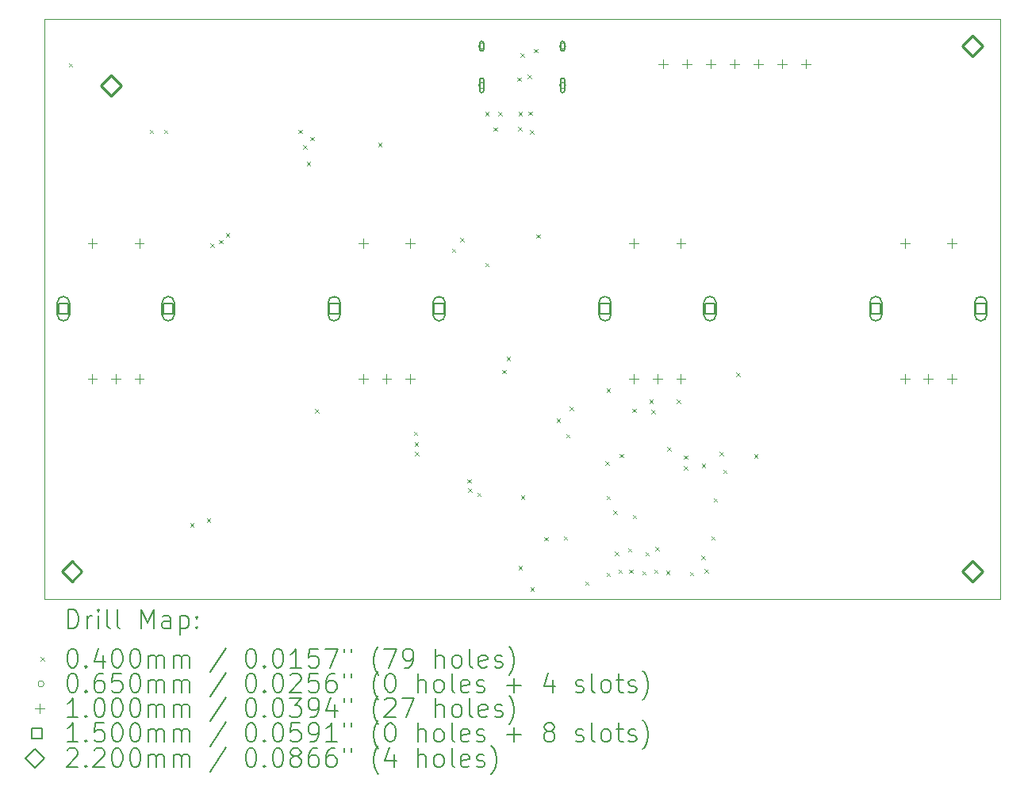
<source format=gbr>
%FSLAX45Y45*%
G04 Gerber Fmt 4.5, Leading zero omitted, Abs format (unit mm)*
G04 Created by KiCad (PCBNEW (6.0.1)) date 2022-03-17 16:15:55*
%MOMM*%
%LPD*%
G01*
G04 APERTURE LIST*
%TA.AperFunction,Profile*%
%ADD10C,0.050000*%
%TD*%
%ADD11C,0.200000*%
%ADD12C,0.040000*%
%ADD13C,0.065000*%
%ADD14C,0.100000*%
%ADD15C,0.150000*%
%ADD16C,0.220000*%
G04 APERTURE END LIST*
D10*
X19724250Y-6477000D02*
X19724250Y-12677750D01*
X9523850Y-6477000D02*
X9523850Y-12677750D01*
X9523850Y-12677750D02*
X19724250Y-12677750D01*
X19724250Y-6477000D02*
X9523850Y-6477000D01*
D11*
D12*
X9784400Y-6952300D02*
X9824400Y-6992300D01*
X9824400Y-6952300D02*
X9784400Y-6992300D01*
X10648000Y-7663500D02*
X10688000Y-7703500D01*
X10688000Y-7663500D02*
X10648000Y-7703500D01*
X10800400Y-7663500D02*
X10840400Y-7703500D01*
X10840400Y-7663500D02*
X10800400Y-7703500D01*
X11079800Y-11867200D02*
X11119800Y-11907200D01*
X11119800Y-11867200D02*
X11079800Y-11907200D01*
X11257600Y-11816400D02*
X11297600Y-11856400D01*
X11297600Y-11816400D02*
X11257600Y-11856400D01*
X11295153Y-8875191D02*
X11335153Y-8915191D01*
X11335153Y-8875191D02*
X11295153Y-8915191D01*
X11388350Y-8839076D02*
X11428350Y-8879076D01*
X11428350Y-8839076D02*
X11388350Y-8879076D01*
X11460800Y-8768400D02*
X11500800Y-8808400D01*
X11500800Y-8768400D02*
X11460800Y-8808400D01*
X12234759Y-7662872D02*
X12274759Y-7702872D01*
X12274759Y-7662872D02*
X12234759Y-7702872D01*
X12286300Y-7828600D02*
X12326300Y-7868600D01*
X12326300Y-7828600D02*
X12286300Y-7868600D01*
X12324400Y-8006400D02*
X12364400Y-8046400D01*
X12364400Y-8006400D02*
X12324400Y-8046400D01*
X12362500Y-7739700D02*
X12402500Y-7779700D01*
X12402500Y-7739700D02*
X12362500Y-7779700D01*
X12413300Y-10648000D02*
X12453300Y-10688000D01*
X12453300Y-10648000D02*
X12413300Y-10688000D01*
X13086400Y-7803200D02*
X13126400Y-7843200D01*
X13126400Y-7803200D02*
X13086400Y-7843200D01*
X13467400Y-10889300D02*
X13507400Y-10929300D01*
X13507400Y-10889300D02*
X13467400Y-10929300D01*
X13476713Y-11001073D02*
X13516713Y-11041073D01*
X13516713Y-11001073D02*
X13476713Y-11041073D01*
X13480100Y-11105200D02*
X13520100Y-11145200D01*
X13520100Y-11105200D02*
X13480100Y-11145200D01*
X13873800Y-8933500D02*
X13913800Y-8973500D01*
X13913800Y-8933500D02*
X13873800Y-8973500D01*
X13962700Y-8819200D02*
X14002700Y-8859200D01*
X14002700Y-8819200D02*
X13962700Y-8859200D01*
X14038900Y-11397300D02*
X14078900Y-11437300D01*
X14078900Y-11397300D02*
X14038900Y-11437300D01*
X14049036Y-11496735D02*
X14089036Y-11536735D01*
X14089036Y-11496735D02*
X14049036Y-11536735D01*
X14144008Y-11540101D02*
X14184008Y-11580101D01*
X14184008Y-11540101D02*
X14144008Y-11580101D01*
X14229400Y-7473000D02*
X14269400Y-7513000D01*
X14269400Y-7473000D02*
X14229400Y-7513000D01*
X14229400Y-9085900D02*
X14269400Y-9125900D01*
X14269400Y-9085900D02*
X14229400Y-9125900D01*
X14318300Y-7638100D02*
X14358300Y-7678100D01*
X14358300Y-7638100D02*
X14318300Y-7678100D01*
X14369100Y-7473000D02*
X14409100Y-7513000D01*
X14409100Y-7473000D02*
X14369100Y-7513000D01*
X14410950Y-10228900D02*
X14450950Y-10268900D01*
X14450950Y-10228900D02*
X14410950Y-10268900D01*
X14458000Y-10089200D02*
X14498000Y-10129200D01*
X14498000Y-10089200D02*
X14458000Y-10129200D01*
X14572300Y-7104700D02*
X14612300Y-7144700D01*
X14612300Y-7104700D02*
X14572300Y-7144700D01*
X14578493Y-7632523D02*
X14618493Y-7672523D01*
X14618493Y-7632523D02*
X14578493Y-7672523D01*
X14585000Y-7473000D02*
X14625000Y-7513000D01*
X14625000Y-7473000D02*
X14585000Y-7513000D01*
X14585000Y-12324400D02*
X14625000Y-12364400D01*
X14625000Y-12324400D02*
X14585000Y-12364400D01*
X14608110Y-6845757D02*
X14648110Y-6885757D01*
X14648110Y-6845757D02*
X14608110Y-6885757D01*
X14611222Y-11572352D02*
X14651222Y-11612352D01*
X14651222Y-11572352D02*
X14611222Y-11612352D01*
X14681084Y-7077172D02*
X14721084Y-7117172D01*
X14721084Y-7077172D02*
X14681084Y-7117172D01*
X14690350Y-7467642D02*
X14730350Y-7507642D01*
X14730350Y-7467642D02*
X14690350Y-7507642D01*
X14707564Y-7666601D02*
X14747564Y-7706601D01*
X14747564Y-7666601D02*
X14707564Y-7706601D01*
X14712000Y-12553000D02*
X14752000Y-12593000D01*
X14752000Y-12553000D02*
X14712000Y-12593000D01*
X14750100Y-6799900D02*
X14790100Y-6839900D01*
X14790100Y-6799900D02*
X14750100Y-6839900D01*
X14775500Y-8781100D02*
X14815500Y-8821100D01*
X14815500Y-8781100D02*
X14775500Y-8821100D01*
X14859308Y-12015368D02*
X14899308Y-12055368D01*
X14899308Y-12015368D02*
X14859308Y-12055368D01*
X14991400Y-10749600D02*
X15031400Y-10789600D01*
X15031400Y-10749600D02*
X14991400Y-10789600D01*
X15067600Y-12006900D02*
X15107600Y-12046900D01*
X15107600Y-12006900D02*
X15067600Y-12046900D01*
X15093000Y-10914700D02*
X15133000Y-10954700D01*
X15133000Y-10914700D02*
X15093000Y-10954700D01*
X15131100Y-10622600D02*
X15171100Y-10662600D01*
X15171100Y-10622600D02*
X15131100Y-10662600D01*
X15296200Y-12489500D02*
X15336200Y-12529500D01*
X15336200Y-12489500D02*
X15296200Y-12529500D01*
X15512100Y-11206800D02*
X15552100Y-11246800D01*
X15552100Y-11206800D02*
X15512100Y-11246800D01*
X15524800Y-10428999D02*
X15564800Y-10468999D01*
X15564800Y-10428999D02*
X15524800Y-10468999D01*
X15524800Y-11575100D02*
X15564800Y-11615100D01*
X15564800Y-11575100D02*
X15524800Y-11615100D01*
X15524800Y-12396850D02*
X15564800Y-12436850D01*
X15564800Y-12396850D02*
X15524800Y-12436850D01*
X15597250Y-11729820D02*
X15637250Y-11769820D01*
X15637250Y-11729820D02*
X15597250Y-11769820D01*
X15613700Y-12172000D02*
X15653700Y-12212000D01*
X15653700Y-12172000D02*
X15613700Y-12212000D01*
X15651800Y-12362500D02*
X15691800Y-12402500D01*
X15691800Y-12362500D02*
X15651800Y-12402500D01*
X15666820Y-11126850D02*
X15706820Y-11166850D01*
X15706820Y-11126850D02*
X15666820Y-11166850D01*
X15753400Y-12133900D02*
X15793400Y-12173900D01*
X15793400Y-12133900D02*
X15753400Y-12173900D01*
X15766100Y-12362500D02*
X15806100Y-12402500D01*
X15806100Y-12362500D02*
X15766100Y-12402500D01*
X15799899Y-10644250D02*
X15839899Y-10684250D01*
X15839899Y-10644250D02*
X15799899Y-10684250D01*
X15804680Y-11777849D02*
X15844680Y-11817849D01*
X15844680Y-11777849D02*
X15804680Y-11817849D01*
X15906145Y-12378301D02*
X15946145Y-12418301D01*
X15946145Y-12378301D02*
X15906145Y-12418301D01*
X15938538Y-12175750D02*
X15978538Y-12215750D01*
X15978538Y-12175750D02*
X15938538Y-12215750D01*
X15982000Y-10546400D02*
X16022000Y-10586400D01*
X16022000Y-10546400D02*
X15982000Y-10586400D01*
X16000907Y-10653921D02*
X16040907Y-10693921D01*
X16040907Y-10653921D02*
X16000907Y-10693921D01*
X16032800Y-12362500D02*
X16072800Y-12402500D01*
X16072800Y-12362500D02*
X16032800Y-12402500D01*
X16045500Y-12121200D02*
X16085500Y-12161200D01*
X16085500Y-12121200D02*
X16045500Y-12161200D01*
X16159800Y-12375200D02*
X16199800Y-12415200D01*
X16199800Y-12375200D02*
X16159800Y-12415200D01*
X16172500Y-11054400D02*
X16212500Y-11094400D01*
X16212500Y-11054400D02*
X16172500Y-11094400D01*
X16274100Y-10546400D02*
X16314100Y-10586400D01*
X16314100Y-10546400D02*
X16274100Y-10586400D01*
X16350300Y-11143300D02*
X16390300Y-11183300D01*
X16390300Y-11143300D02*
X16350300Y-11183300D01*
X16350300Y-11254050D02*
X16390300Y-11294050D01*
X16390300Y-11254050D02*
X16350300Y-11294050D01*
X16413800Y-12387900D02*
X16453800Y-12427900D01*
X16453800Y-12387900D02*
X16413800Y-12427900D01*
X16537032Y-12214728D02*
X16577032Y-12254728D01*
X16577032Y-12214728D02*
X16537032Y-12254728D01*
X16540800Y-11232200D02*
X16580800Y-11272200D01*
X16580800Y-11232200D02*
X16540800Y-11272200D01*
X16568880Y-12359605D02*
X16608880Y-12399605D01*
X16608880Y-12359605D02*
X16568880Y-12399605D01*
X16642400Y-12006900D02*
X16682400Y-12046900D01*
X16682400Y-12006900D02*
X16642400Y-12046900D01*
X16667800Y-11600500D02*
X16707800Y-11640500D01*
X16707800Y-11600500D02*
X16667800Y-11640500D01*
X16731300Y-11105200D02*
X16771300Y-11145200D01*
X16771300Y-11105200D02*
X16731300Y-11145200D01*
X16769400Y-11295700D02*
X16809400Y-11335700D01*
X16809400Y-11295700D02*
X16769400Y-11335700D01*
X16906569Y-10259291D02*
X16946569Y-10299291D01*
X16946569Y-10259291D02*
X16906569Y-10299291D01*
X17099600Y-11130600D02*
X17139600Y-11170600D01*
X17139600Y-11130600D02*
X17099600Y-11170600D01*
D13*
X14224500Y-6771200D02*
G75*
G03*
X14224500Y-6771200I-32500J0D01*
G01*
D11*
X14214500Y-6801200D02*
X14214500Y-6741200D01*
X14169500Y-6801200D02*
X14169500Y-6741200D01*
X14214500Y-6741200D02*
G75*
G03*
X14169500Y-6741200I-22500J0D01*
G01*
X14169500Y-6801200D02*
G75*
G03*
X14214500Y-6801200I22500J0D01*
G01*
D13*
X14224500Y-7189200D02*
G75*
G03*
X14224500Y-7189200I-32500J0D01*
G01*
D11*
X14214500Y-7244200D02*
X14214500Y-7134200D01*
X14169500Y-7244200D02*
X14169500Y-7134200D01*
X14214500Y-7134200D02*
G75*
G03*
X14169500Y-7134200I-22500J0D01*
G01*
X14169500Y-7244200D02*
G75*
G03*
X14214500Y-7244200I22500J0D01*
G01*
D13*
X15088500Y-6771200D02*
G75*
G03*
X15088500Y-6771200I-32500J0D01*
G01*
D11*
X15078500Y-6801200D02*
X15078500Y-6741200D01*
X15033500Y-6801200D02*
X15033500Y-6741200D01*
X15078500Y-6741200D02*
G75*
G03*
X15033500Y-6741200I-22500J0D01*
G01*
X15033500Y-6801200D02*
G75*
G03*
X15078500Y-6801200I22500J0D01*
G01*
D13*
X15088500Y-7189200D02*
G75*
G03*
X15088500Y-7189200I-32500J0D01*
G01*
D11*
X15078500Y-7244200D02*
X15078500Y-7134200D01*
X15033500Y-7244200D02*
X15033500Y-7134200D01*
X15078500Y-7134200D02*
G75*
G03*
X15033500Y-7134200I-22500J0D01*
G01*
X15033500Y-7244200D02*
G75*
G03*
X15078500Y-7244200I22500J0D01*
G01*
D14*
X10037000Y-8825800D02*
X10037000Y-8925800D01*
X9987000Y-8875800D02*
X10087000Y-8875800D01*
X10037000Y-10275800D02*
X10037000Y-10375800D01*
X9987000Y-10325800D02*
X10087000Y-10325800D01*
X10287000Y-10275800D02*
X10287000Y-10375800D01*
X10237000Y-10325800D02*
X10337000Y-10325800D01*
X10537000Y-8825800D02*
X10537000Y-8925800D01*
X10487000Y-8875800D02*
X10587000Y-8875800D01*
X10537000Y-10275800D02*
X10537000Y-10375800D01*
X10487000Y-10325800D02*
X10587000Y-10325800D01*
X12927900Y-8825800D02*
X12927900Y-8925800D01*
X12877900Y-8875800D02*
X12977900Y-8875800D01*
X12927900Y-10275800D02*
X12927900Y-10375800D01*
X12877900Y-10325800D02*
X12977900Y-10325800D01*
X13177900Y-10275800D02*
X13177900Y-10375800D01*
X13127900Y-10325800D02*
X13227900Y-10325800D01*
X13427900Y-8825800D02*
X13427900Y-8925800D01*
X13377900Y-8875800D02*
X13477900Y-8875800D01*
X13427900Y-10275800D02*
X13427900Y-10375800D01*
X13377900Y-10325800D02*
X13477900Y-10325800D01*
X15818800Y-8825800D02*
X15818800Y-8925800D01*
X15768800Y-8875800D02*
X15868800Y-8875800D01*
X15818800Y-10275800D02*
X15818800Y-10375800D01*
X15768800Y-10325800D02*
X15868800Y-10325800D01*
X16068800Y-10275800D02*
X16068800Y-10375800D01*
X16018800Y-10325800D02*
X16118800Y-10325800D01*
X16129500Y-6909600D02*
X16129500Y-7009600D01*
X16079500Y-6959600D02*
X16179500Y-6959600D01*
X16318800Y-8825800D02*
X16318800Y-8925800D01*
X16268800Y-8875800D02*
X16368800Y-8875800D01*
X16318800Y-10275800D02*
X16318800Y-10375800D01*
X16268800Y-10325800D02*
X16368800Y-10325800D01*
X16383500Y-6909600D02*
X16383500Y-7009600D01*
X16333500Y-6959600D02*
X16433500Y-6959600D01*
X16637500Y-6909600D02*
X16637500Y-7009600D01*
X16587500Y-6959600D02*
X16687500Y-6959600D01*
X16891500Y-6909600D02*
X16891500Y-7009600D01*
X16841500Y-6959600D02*
X16941500Y-6959600D01*
X17145500Y-6909600D02*
X17145500Y-7009600D01*
X17095500Y-6959600D02*
X17195500Y-6959600D01*
X17399500Y-6909600D02*
X17399500Y-7009600D01*
X17349500Y-6959600D02*
X17449500Y-6959600D01*
X17653500Y-6909600D02*
X17653500Y-7009600D01*
X17603500Y-6959600D02*
X17703500Y-6959600D01*
X18709700Y-8825800D02*
X18709700Y-8925800D01*
X18659700Y-8875800D02*
X18759700Y-8875800D01*
X18709700Y-10275800D02*
X18709700Y-10375800D01*
X18659700Y-10325800D02*
X18759700Y-10325800D01*
X18959700Y-10275800D02*
X18959700Y-10375800D01*
X18909700Y-10325800D02*
X19009700Y-10325800D01*
X19209700Y-8825800D02*
X19209700Y-8925800D01*
X19159700Y-8875800D02*
X19259700Y-8875800D01*
X19209700Y-10275800D02*
X19209700Y-10375800D01*
X19159700Y-10325800D02*
X19259700Y-10325800D01*
D15*
X9780034Y-9628834D02*
X9780034Y-9522767D01*
X9673967Y-9522767D01*
X9673967Y-9628834D01*
X9780034Y-9628834D01*
D11*
X9662000Y-9510800D02*
X9662000Y-9640800D01*
X9792000Y-9510800D02*
X9792000Y-9640800D01*
X9662000Y-9640800D02*
G75*
G03*
X9792000Y-9640800I65000J0D01*
G01*
X9792000Y-9510800D02*
G75*
G03*
X9662000Y-9510800I-65000J0D01*
G01*
D15*
X10900034Y-9628834D02*
X10900034Y-9522767D01*
X10793967Y-9522767D01*
X10793967Y-9628834D01*
X10900034Y-9628834D01*
D11*
X10782000Y-9510800D02*
X10782000Y-9640800D01*
X10912000Y-9510800D02*
X10912000Y-9640800D01*
X10782000Y-9640800D02*
G75*
G03*
X10912000Y-9640800I65000J0D01*
G01*
X10912000Y-9510800D02*
G75*
G03*
X10782000Y-9510800I-65000J0D01*
G01*
D15*
X12670933Y-9628834D02*
X12670933Y-9522767D01*
X12564866Y-9522767D01*
X12564866Y-9628834D01*
X12670933Y-9628834D01*
D11*
X12552900Y-9510800D02*
X12552900Y-9640800D01*
X12682900Y-9510800D02*
X12682900Y-9640800D01*
X12552900Y-9640800D02*
G75*
G03*
X12682900Y-9640800I65000J0D01*
G01*
X12682900Y-9510800D02*
G75*
G03*
X12552900Y-9510800I-65000J0D01*
G01*
D15*
X13790933Y-9628834D02*
X13790933Y-9522767D01*
X13684866Y-9522767D01*
X13684866Y-9628834D01*
X13790933Y-9628834D01*
D11*
X13672900Y-9510800D02*
X13672900Y-9640800D01*
X13802900Y-9510800D02*
X13802900Y-9640800D01*
X13672900Y-9640800D02*
G75*
G03*
X13802900Y-9640800I65000J0D01*
G01*
X13802900Y-9510800D02*
G75*
G03*
X13672900Y-9510800I-65000J0D01*
G01*
D15*
X15561833Y-9628834D02*
X15561833Y-9522767D01*
X15455766Y-9522767D01*
X15455766Y-9628834D01*
X15561833Y-9628834D01*
D11*
X15443800Y-9510800D02*
X15443800Y-9640800D01*
X15573800Y-9510800D02*
X15573800Y-9640800D01*
X15443800Y-9640800D02*
G75*
G03*
X15573800Y-9640800I65000J0D01*
G01*
X15573800Y-9510800D02*
G75*
G03*
X15443800Y-9510800I-65000J0D01*
G01*
D15*
X16681833Y-9628834D02*
X16681833Y-9522767D01*
X16575766Y-9522767D01*
X16575766Y-9628834D01*
X16681833Y-9628834D01*
D11*
X16563800Y-9510800D02*
X16563800Y-9640800D01*
X16693800Y-9510800D02*
X16693800Y-9640800D01*
X16563800Y-9640800D02*
G75*
G03*
X16693800Y-9640800I65000J0D01*
G01*
X16693800Y-9510800D02*
G75*
G03*
X16563800Y-9510800I-65000J0D01*
G01*
D15*
X18452734Y-9628834D02*
X18452734Y-9522767D01*
X18346667Y-9522767D01*
X18346667Y-9628834D01*
X18452734Y-9628834D01*
D11*
X18334700Y-9510800D02*
X18334700Y-9640800D01*
X18464700Y-9510800D02*
X18464700Y-9640800D01*
X18334700Y-9640800D02*
G75*
G03*
X18464700Y-9640800I65000J0D01*
G01*
X18464700Y-9510800D02*
G75*
G03*
X18334700Y-9510800I-65000J0D01*
G01*
D15*
X19572734Y-9628834D02*
X19572734Y-9522767D01*
X19466667Y-9522767D01*
X19466667Y-9628834D01*
X19572734Y-9628834D01*
D11*
X19454700Y-9510800D02*
X19454700Y-9640800D01*
X19584700Y-9510800D02*
X19584700Y-9640800D01*
X19454700Y-9640800D02*
G75*
G03*
X19584700Y-9640800I65000J0D01*
G01*
X19584700Y-9510800D02*
G75*
G03*
X19454700Y-9510800I-65000J0D01*
G01*
D16*
X9817200Y-12491200D02*
X9927200Y-12381200D01*
X9817200Y-12271200D01*
X9707200Y-12381200D01*
X9817200Y-12491200D01*
X10236200Y-7298200D02*
X10346200Y-7188200D01*
X10236200Y-7078200D01*
X10126200Y-7188200D01*
X10236200Y-7298200D01*
X19427200Y-6881200D02*
X19537200Y-6771200D01*
X19427200Y-6661200D01*
X19317200Y-6771200D01*
X19427200Y-6881200D01*
X19427200Y-12491200D02*
X19537200Y-12381200D01*
X19427200Y-12271200D01*
X19317200Y-12381200D01*
X19427200Y-12491200D01*
D11*
X9778969Y-12990726D02*
X9778969Y-12790726D01*
X9826588Y-12790726D01*
X9855160Y-12800250D01*
X9874207Y-12819298D01*
X9883731Y-12838345D01*
X9893255Y-12876440D01*
X9893255Y-12905012D01*
X9883731Y-12943107D01*
X9874207Y-12962155D01*
X9855160Y-12981202D01*
X9826588Y-12990726D01*
X9778969Y-12990726D01*
X9978969Y-12990726D02*
X9978969Y-12857393D01*
X9978969Y-12895488D02*
X9988493Y-12876440D01*
X9998017Y-12866917D01*
X10017064Y-12857393D01*
X10036112Y-12857393D01*
X10102779Y-12990726D02*
X10102779Y-12857393D01*
X10102779Y-12790726D02*
X10093255Y-12800250D01*
X10102779Y-12809774D01*
X10112302Y-12800250D01*
X10102779Y-12790726D01*
X10102779Y-12809774D01*
X10226588Y-12990726D02*
X10207540Y-12981202D01*
X10198017Y-12962155D01*
X10198017Y-12790726D01*
X10331350Y-12990726D02*
X10312302Y-12981202D01*
X10302779Y-12962155D01*
X10302779Y-12790726D01*
X10559921Y-12990726D02*
X10559921Y-12790726D01*
X10626588Y-12933583D01*
X10693255Y-12790726D01*
X10693255Y-12990726D01*
X10874207Y-12990726D02*
X10874207Y-12885964D01*
X10864683Y-12866917D01*
X10845636Y-12857393D01*
X10807540Y-12857393D01*
X10788493Y-12866917D01*
X10874207Y-12981202D02*
X10855160Y-12990726D01*
X10807540Y-12990726D01*
X10788493Y-12981202D01*
X10778969Y-12962155D01*
X10778969Y-12943107D01*
X10788493Y-12924059D01*
X10807540Y-12914536D01*
X10855160Y-12914536D01*
X10874207Y-12905012D01*
X10969445Y-12857393D02*
X10969445Y-13057393D01*
X10969445Y-12866917D02*
X10988493Y-12857393D01*
X11026588Y-12857393D01*
X11045636Y-12866917D01*
X11055160Y-12876440D01*
X11064683Y-12895488D01*
X11064683Y-12952631D01*
X11055160Y-12971678D01*
X11045636Y-12981202D01*
X11026588Y-12990726D01*
X10988493Y-12990726D01*
X10969445Y-12981202D01*
X11150398Y-12971678D02*
X11159921Y-12981202D01*
X11150398Y-12990726D01*
X11140874Y-12981202D01*
X11150398Y-12971678D01*
X11150398Y-12990726D01*
X11150398Y-12866917D02*
X11159921Y-12876440D01*
X11150398Y-12885964D01*
X11140874Y-12876440D01*
X11150398Y-12866917D01*
X11150398Y-12885964D01*
D12*
X9481350Y-13300250D02*
X9521350Y-13340250D01*
X9521350Y-13300250D02*
X9481350Y-13340250D01*
D11*
X9817064Y-13210726D02*
X9836112Y-13210726D01*
X9855160Y-13220250D01*
X9864683Y-13229774D01*
X9874207Y-13248821D01*
X9883731Y-13286917D01*
X9883731Y-13334536D01*
X9874207Y-13372631D01*
X9864683Y-13391678D01*
X9855160Y-13401202D01*
X9836112Y-13410726D01*
X9817064Y-13410726D01*
X9798017Y-13401202D01*
X9788493Y-13391678D01*
X9778969Y-13372631D01*
X9769445Y-13334536D01*
X9769445Y-13286917D01*
X9778969Y-13248821D01*
X9788493Y-13229774D01*
X9798017Y-13220250D01*
X9817064Y-13210726D01*
X9969445Y-13391678D02*
X9978969Y-13401202D01*
X9969445Y-13410726D01*
X9959921Y-13401202D01*
X9969445Y-13391678D01*
X9969445Y-13410726D01*
X10150398Y-13277393D02*
X10150398Y-13410726D01*
X10102779Y-13201202D02*
X10055160Y-13344059D01*
X10178969Y-13344059D01*
X10293255Y-13210726D02*
X10312302Y-13210726D01*
X10331350Y-13220250D01*
X10340874Y-13229774D01*
X10350398Y-13248821D01*
X10359921Y-13286917D01*
X10359921Y-13334536D01*
X10350398Y-13372631D01*
X10340874Y-13391678D01*
X10331350Y-13401202D01*
X10312302Y-13410726D01*
X10293255Y-13410726D01*
X10274207Y-13401202D01*
X10264683Y-13391678D01*
X10255160Y-13372631D01*
X10245636Y-13334536D01*
X10245636Y-13286917D01*
X10255160Y-13248821D01*
X10264683Y-13229774D01*
X10274207Y-13220250D01*
X10293255Y-13210726D01*
X10483731Y-13210726D02*
X10502779Y-13210726D01*
X10521826Y-13220250D01*
X10531350Y-13229774D01*
X10540874Y-13248821D01*
X10550398Y-13286917D01*
X10550398Y-13334536D01*
X10540874Y-13372631D01*
X10531350Y-13391678D01*
X10521826Y-13401202D01*
X10502779Y-13410726D01*
X10483731Y-13410726D01*
X10464683Y-13401202D01*
X10455160Y-13391678D01*
X10445636Y-13372631D01*
X10436112Y-13334536D01*
X10436112Y-13286917D01*
X10445636Y-13248821D01*
X10455160Y-13229774D01*
X10464683Y-13220250D01*
X10483731Y-13210726D01*
X10636112Y-13410726D02*
X10636112Y-13277393D01*
X10636112Y-13296440D02*
X10645636Y-13286917D01*
X10664683Y-13277393D01*
X10693255Y-13277393D01*
X10712302Y-13286917D01*
X10721826Y-13305964D01*
X10721826Y-13410726D01*
X10721826Y-13305964D02*
X10731350Y-13286917D01*
X10750398Y-13277393D01*
X10778969Y-13277393D01*
X10798017Y-13286917D01*
X10807540Y-13305964D01*
X10807540Y-13410726D01*
X10902779Y-13410726D02*
X10902779Y-13277393D01*
X10902779Y-13296440D02*
X10912302Y-13286917D01*
X10931350Y-13277393D01*
X10959921Y-13277393D01*
X10978969Y-13286917D01*
X10988493Y-13305964D01*
X10988493Y-13410726D01*
X10988493Y-13305964D02*
X10998017Y-13286917D01*
X11017064Y-13277393D01*
X11045636Y-13277393D01*
X11064683Y-13286917D01*
X11074207Y-13305964D01*
X11074207Y-13410726D01*
X11464683Y-13201202D02*
X11293255Y-13458345D01*
X11721826Y-13210726D02*
X11740874Y-13210726D01*
X11759921Y-13220250D01*
X11769445Y-13229774D01*
X11778969Y-13248821D01*
X11788493Y-13286917D01*
X11788493Y-13334536D01*
X11778969Y-13372631D01*
X11769445Y-13391678D01*
X11759921Y-13401202D01*
X11740874Y-13410726D01*
X11721826Y-13410726D01*
X11702778Y-13401202D01*
X11693255Y-13391678D01*
X11683731Y-13372631D01*
X11674207Y-13334536D01*
X11674207Y-13286917D01*
X11683731Y-13248821D01*
X11693255Y-13229774D01*
X11702778Y-13220250D01*
X11721826Y-13210726D01*
X11874207Y-13391678D02*
X11883731Y-13401202D01*
X11874207Y-13410726D01*
X11864683Y-13401202D01*
X11874207Y-13391678D01*
X11874207Y-13410726D01*
X12007540Y-13210726D02*
X12026588Y-13210726D01*
X12045636Y-13220250D01*
X12055159Y-13229774D01*
X12064683Y-13248821D01*
X12074207Y-13286917D01*
X12074207Y-13334536D01*
X12064683Y-13372631D01*
X12055159Y-13391678D01*
X12045636Y-13401202D01*
X12026588Y-13410726D01*
X12007540Y-13410726D01*
X11988493Y-13401202D01*
X11978969Y-13391678D01*
X11969445Y-13372631D01*
X11959921Y-13334536D01*
X11959921Y-13286917D01*
X11969445Y-13248821D01*
X11978969Y-13229774D01*
X11988493Y-13220250D01*
X12007540Y-13210726D01*
X12264683Y-13410726D02*
X12150398Y-13410726D01*
X12207540Y-13410726D02*
X12207540Y-13210726D01*
X12188493Y-13239298D01*
X12169445Y-13258345D01*
X12150398Y-13267869D01*
X12445636Y-13210726D02*
X12350398Y-13210726D01*
X12340874Y-13305964D01*
X12350398Y-13296440D01*
X12369445Y-13286917D01*
X12417064Y-13286917D01*
X12436112Y-13296440D01*
X12445636Y-13305964D01*
X12455159Y-13325012D01*
X12455159Y-13372631D01*
X12445636Y-13391678D01*
X12436112Y-13401202D01*
X12417064Y-13410726D01*
X12369445Y-13410726D01*
X12350398Y-13401202D01*
X12340874Y-13391678D01*
X12521826Y-13210726D02*
X12655159Y-13210726D01*
X12569445Y-13410726D01*
X12721826Y-13210726D02*
X12721826Y-13248821D01*
X12798017Y-13210726D02*
X12798017Y-13248821D01*
X13093255Y-13486917D02*
X13083731Y-13477393D01*
X13064683Y-13448821D01*
X13055159Y-13429774D01*
X13045636Y-13401202D01*
X13036112Y-13353583D01*
X13036112Y-13315488D01*
X13045636Y-13267869D01*
X13055159Y-13239298D01*
X13064683Y-13220250D01*
X13083731Y-13191678D01*
X13093255Y-13182155D01*
X13150398Y-13210726D02*
X13283731Y-13210726D01*
X13198017Y-13410726D01*
X13369445Y-13410726D02*
X13407540Y-13410726D01*
X13426588Y-13401202D01*
X13436112Y-13391678D01*
X13455159Y-13363107D01*
X13464683Y-13325012D01*
X13464683Y-13248821D01*
X13455159Y-13229774D01*
X13445636Y-13220250D01*
X13426588Y-13210726D01*
X13388493Y-13210726D01*
X13369445Y-13220250D01*
X13359921Y-13229774D01*
X13350398Y-13248821D01*
X13350398Y-13296440D01*
X13359921Y-13315488D01*
X13369445Y-13325012D01*
X13388493Y-13334536D01*
X13426588Y-13334536D01*
X13445636Y-13325012D01*
X13455159Y-13315488D01*
X13464683Y-13296440D01*
X13702778Y-13410726D02*
X13702778Y-13210726D01*
X13788493Y-13410726D02*
X13788493Y-13305964D01*
X13778969Y-13286917D01*
X13759921Y-13277393D01*
X13731350Y-13277393D01*
X13712302Y-13286917D01*
X13702778Y-13296440D01*
X13912302Y-13410726D02*
X13893255Y-13401202D01*
X13883731Y-13391678D01*
X13874207Y-13372631D01*
X13874207Y-13315488D01*
X13883731Y-13296440D01*
X13893255Y-13286917D01*
X13912302Y-13277393D01*
X13940874Y-13277393D01*
X13959921Y-13286917D01*
X13969445Y-13296440D01*
X13978969Y-13315488D01*
X13978969Y-13372631D01*
X13969445Y-13391678D01*
X13959921Y-13401202D01*
X13940874Y-13410726D01*
X13912302Y-13410726D01*
X14093255Y-13410726D02*
X14074207Y-13401202D01*
X14064683Y-13382155D01*
X14064683Y-13210726D01*
X14245636Y-13401202D02*
X14226588Y-13410726D01*
X14188493Y-13410726D01*
X14169445Y-13401202D01*
X14159921Y-13382155D01*
X14159921Y-13305964D01*
X14169445Y-13286917D01*
X14188493Y-13277393D01*
X14226588Y-13277393D01*
X14245636Y-13286917D01*
X14255159Y-13305964D01*
X14255159Y-13325012D01*
X14159921Y-13344059D01*
X14331350Y-13401202D02*
X14350398Y-13410726D01*
X14388493Y-13410726D01*
X14407540Y-13401202D01*
X14417064Y-13382155D01*
X14417064Y-13372631D01*
X14407540Y-13353583D01*
X14388493Y-13344059D01*
X14359921Y-13344059D01*
X14340874Y-13334536D01*
X14331350Y-13315488D01*
X14331350Y-13305964D01*
X14340874Y-13286917D01*
X14359921Y-13277393D01*
X14388493Y-13277393D01*
X14407540Y-13286917D01*
X14483731Y-13486917D02*
X14493255Y-13477393D01*
X14512302Y-13448821D01*
X14521826Y-13429774D01*
X14531350Y-13401202D01*
X14540874Y-13353583D01*
X14540874Y-13315488D01*
X14531350Y-13267869D01*
X14521826Y-13239298D01*
X14512302Y-13220250D01*
X14493255Y-13191678D01*
X14483731Y-13182155D01*
D13*
X9521350Y-13584250D02*
G75*
G03*
X9521350Y-13584250I-32500J0D01*
G01*
D11*
X9817064Y-13474726D02*
X9836112Y-13474726D01*
X9855160Y-13484250D01*
X9864683Y-13493774D01*
X9874207Y-13512821D01*
X9883731Y-13550917D01*
X9883731Y-13598536D01*
X9874207Y-13636631D01*
X9864683Y-13655678D01*
X9855160Y-13665202D01*
X9836112Y-13674726D01*
X9817064Y-13674726D01*
X9798017Y-13665202D01*
X9788493Y-13655678D01*
X9778969Y-13636631D01*
X9769445Y-13598536D01*
X9769445Y-13550917D01*
X9778969Y-13512821D01*
X9788493Y-13493774D01*
X9798017Y-13484250D01*
X9817064Y-13474726D01*
X9969445Y-13655678D02*
X9978969Y-13665202D01*
X9969445Y-13674726D01*
X9959921Y-13665202D01*
X9969445Y-13655678D01*
X9969445Y-13674726D01*
X10150398Y-13474726D02*
X10112302Y-13474726D01*
X10093255Y-13484250D01*
X10083731Y-13493774D01*
X10064683Y-13522345D01*
X10055160Y-13560440D01*
X10055160Y-13636631D01*
X10064683Y-13655678D01*
X10074207Y-13665202D01*
X10093255Y-13674726D01*
X10131350Y-13674726D01*
X10150398Y-13665202D01*
X10159921Y-13655678D01*
X10169445Y-13636631D01*
X10169445Y-13589012D01*
X10159921Y-13569964D01*
X10150398Y-13560440D01*
X10131350Y-13550917D01*
X10093255Y-13550917D01*
X10074207Y-13560440D01*
X10064683Y-13569964D01*
X10055160Y-13589012D01*
X10350398Y-13474726D02*
X10255160Y-13474726D01*
X10245636Y-13569964D01*
X10255160Y-13560440D01*
X10274207Y-13550917D01*
X10321826Y-13550917D01*
X10340874Y-13560440D01*
X10350398Y-13569964D01*
X10359921Y-13589012D01*
X10359921Y-13636631D01*
X10350398Y-13655678D01*
X10340874Y-13665202D01*
X10321826Y-13674726D01*
X10274207Y-13674726D01*
X10255160Y-13665202D01*
X10245636Y-13655678D01*
X10483731Y-13474726D02*
X10502779Y-13474726D01*
X10521826Y-13484250D01*
X10531350Y-13493774D01*
X10540874Y-13512821D01*
X10550398Y-13550917D01*
X10550398Y-13598536D01*
X10540874Y-13636631D01*
X10531350Y-13655678D01*
X10521826Y-13665202D01*
X10502779Y-13674726D01*
X10483731Y-13674726D01*
X10464683Y-13665202D01*
X10455160Y-13655678D01*
X10445636Y-13636631D01*
X10436112Y-13598536D01*
X10436112Y-13550917D01*
X10445636Y-13512821D01*
X10455160Y-13493774D01*
X10464683Y-13484250D01*
X10483731Y-13474726D01*
X10636112Y-13674726D02*
X10636112Y-13541393D01*
X10636112Y-13560440D02*
X10645636Y-13550917D01*
X10664683Y-13541393D01*
X10693255Y-13541393D01*
X10712302Y-13550917D01*
X10721826Y-13569964D01*
X10721826Y-13674726D01*
X10721826Y-13569964D02*
X10731350Y-13550917D01*
X10750398Y-13541393D01*
X10778969Y-13541393D01*
X10798017Y-13550917D01*
X10807540Y-13569964D01*
X10807540Y-13674726D01*
X10902779Y-13674726D02*
X10902779Y-13541393D01*
X10902779Y-13560440D02*
X10912302Y-13550917D01*
X10931350Y-13541393D01*
X10959921Y-13541393D01*
X10978969Y-13550917D01*
X10988493Y-13569964D01*
X10988493Y-13674726D01*
X10988493Y-13569964D02*
X10998017Y-13550917D01*
X11017064Y-13541393D01*
X11045636Y-13541393D01*
X11064683Y-13550917D01*
X11074207Y-13569964D01*
X11074207Y-13674726D01*
X11464683Y-13465202D02*
X11293255Y-13722345D01*
X11721826Y-13474726D02*
X11740874Y-13474726D01*
X11759921Y-13484250D01*
X11769445Y-13493774D01*
X11778969Y-13512821D01*
X11788493Y-13550917D01*
X11788493Y-13598536D01*
X11778969Y-13636631D01*
X11769445Y-13655678D01*
X11759921Y-13665202D01*
X11740874Y-13674726D01*
X11721826Y-13674726D01*
X11702778Y-13665202D01*
X11693255Y-13655678D01*
X11683731Y-13636631D01*
X11674207Y-13598536D01*
X11674207Y-13550917D01*
X11683731Y-13512821D01*
X11693255Y-13493774D01*
X11702778Y-13484250D01*
X11721826Y-13474726D01*
X11874207Y-13655678D02*
X11883731Y-13665202D01*
X11874207Y-13674726D01*
X11864683Y-13665202D01*
X11874207Y-13655678D01*
X11874207Y-13674726D01*
X12007540Y-13474726D02*
X12026588Y-13474726D01*
X12045636Y-13484250D01*
X12055159Y-13493774D01*
X12064683Y-13512821D01*
X12074207Y-13550917D01*
X12074207Y-13598536D01*
X12064683Y-13636631D01*
X12055159Y-13655678D01*
X12045636Y-13665202D01*
X12026588Y-13674726D01*
X12007540Y-13674726D01*
X11988493Y-13665202D01*
X11978969Y-13655678D01*
X11969445Y-13636631D01*
X11959921Y-13598536D01*
X11959921Y-13550917D01*
X11969445Y-13512821D01*
X11978969Y-13493774D01*
X11988493Y-13484250D01*
X12007540Y-13474726D01*
X12150398Y-13493774D02*
X12159921Y-13484250D01*
X12178969Y-13474726D01*
X12226588Y-13474726D01*
X12245636Y-13484250D01*
X12255159Y-13493774D01*
X12264683Y-13512821D01*
X12264683Y-13531869D01*
X12255159Y-13560440D01*
X12140874Y-13674726D01*
X12264683Y-13674726D01*
X12445636Y-13474726D02*
X12350398Y-13474726D01*
X12340874Y-13569964D01*
X12350398Y-13560440D01*
X12369445Y-13550917D01*
X12417064Y-13550917D01*
X12436112Y-13560440D01*
X12445636Y-13569964D01*
X12455159Y-13589012D01*
X12455159Y-13636631D01*
X12445636Y-13655678D01*
X12436112Y-13665202D01*
X12417064Y-13674726D01*
X12369445Y-13674726D01*
X12350398Y-13665202D01*
X12340874Y-13655678D01*
X12626588Y-13474726D02*
X12588493Y-13474726D01*
X12569445Y-13484250D01*
X12559921Y-13493774D01*
X12540874Y-13522345D01*
X12531350Y-13560440D01*
X12531350Y-13636631D01*
X12540874Y-13655678D01*
X12550398Y-13665202D01*
X12569445Y-13674726D01*
X12607540Y-13674726D01*
X12626588Y-13665202D01*
X12636112Y-13655678D01*
X12645636Y-13636631D01*
X12645636Y-13589012D01*
X12636112Y-13569964D01*
X12626588Y-13560440D01*
X12607540Y-13550917D01*
X12569445Y-13550917D01*
X12550398Y-13560440D01*
X12540874Y-13569964D01*
X12531350Y-13589012D01*
X12721826Y-13474726D02*
X12721826Y-13512821D01*
X12798017Y-13474726D02*
X12798017Y-13512821D01*
X13093255Y-13750917D02*
X13083731Y-13741393D01*
X13064683Y-13712821D01*
X13055159Y-13693774D01*
X13045636Y-13665202D01*
X13036112Y-13617583D01*
X13036112Y-13579488D01*
X13045636Y-13531869D01*
X13055159Y-13503298D01*
X13064683Y-13484250D01*
X13083731Y-13455678D01*
X13093255Y-13446155D01*
X13207540Y-13474726D02*
X13226588Y-13474726D01*
X13245636Y-13484250D01*
X13255159Y-13493774D01*
X13264683Y-13512821D01*
X13274207Y-13550917D01*
X13274207Y-13598536D01*
X13264683Y-13636631D01*
X13255159Y-13655678D01*
X13245636Y-13665202D01*
X13226588Y-13674726D01*
X13207540Y-13674726D01*
X13188493Y-13665202D01*
X13178969Y-13655678D01*
X13169445Y-13636631D01*
X13159921Y-13598536D01*
X13159921Y-13550917D01*
X13169445Y-13512821D01*
X13178969Y-13493774D01*
X13188493Y-13484250D01*
X13207540Y-13474726D01*
X13512302Y-13674726D02*
X13512302Y-13474726D01*
X13598017Y-13674726D02*
X13598017Y-13569964D01*
X13588493Y-13550917D01*
X13569445Y-13541393D01*
X13540874Y-13541393D01*
X13521826Y-13550917D01*
X13512302Y-13560440D01*
X13721826Y-13674726D02*
X13702778Y-13665202D01*
X13693255Y-13655678D01*
X13683731Y-13636631D01*
X13683731Y-13579488D01*
X13693255Y-13560440D01*
X13702778Y-13550917D01*
X13721826Y-13541393D01*
X13750398Y-13541393D01*
X13769445Y-13550917D01*
X13778969Y-13560440D01*
X13788493Y-13579488D01*
X13788493Y-13636631D01*
X13778969Y-13655678D01*
X13769445Y-13665202D01*
X13750398Y-13674726D01*
X13721826Y-13674726D01*
X13902778Y-13674726D02*
X13883731Y-13665202D01*
X13874207Y-13646155D01*
X13874207Y-13474726D01*
X14055159Y-13665202D02*
X14036112Y-13674726D01*
X13998017Y-13674726D01*
X13978969Y-13665202D01*
X13969445Y-13646155D01*
X13969445Y-13569964D01*
X13978969Y-13550917D01*
X13998017Y-13541393D01*
X14036112Y-13541393D01*
X14055159Y-13550917D01*
X14064683Y-13569964D01*
X14064683Y-13589012D01*
X13969445Y-13608059D01*
X14140874Y-13665202D02*
X14159921Y-13674726D01*
X14198017Y-13674726D01*
X14217064Y-13665202D01*
X14226588Y-13646155D01*
X14226588Y-13636631D01*
X14217064Y-13617583D01*
X14198017Y-13608059D01*
X14169445Y-13608059D01*
X14150398Y-13598536D01*
X14140874Y-13579488D01*
X14140874Y-13569964D01*
X14150398Y-13550917D01*
X14169445Y-13541393D01*
X14198017Y-13541393D01*
X14217064Y-13550917D01*
X14464683Y-13598536D02*
X14617064Y-13598536D01*
X14540874Y-13674726D02*
X14540874Y-13522345D01*
X14950398Y-13541393D02*
X14950398Y-13674726D01*
X14902778Y-13465202D02*
X14855159Y-13608059D01*
X14978969Y-13608059D01*
X15198017Y-13665202D02*
X15217064Y-13674726D01*
X15255159Y-13674726D01*
X15274207Y-13665202D01*
X15283731Y-13646155D01*
X15283731Y-13636631D01*
X15274207Y-13617583D01*
X15255159Y-13608059D01*
X15226588Y-13608059D01*
X15207540Y-13598536D01*
X15198017Y-13579488D01*
X15198017Y-13569964D01*
X15207540Y-13550917D01*
X15226588Y-13541393D01*
X15255159Y-13541393D01*
X15274207Y-13550917D01*
X15398017Y-13674726D02*
X15378969Y-13665202D01*
X15369445Y-13646155D01*
X15369445Y-13474726D01*
X15502778Y-13674726D02*
X15483731Y-13665202D01*
X15474207Y-13655678D01*
X15464683Y-13636631D01*
X15464683Y-13579488D01*
X15474207Y-13560440D01*
X15483731Y-13550917D01*
X15502778Y-13541393D01*
X15531350Y-13541393D01*
X15550398Y-13550917D01*
X15559921Y-13560440D01*
X15569445Y-13579488D01*
X15569445Y-13636631D01*
X15559921Y-13655678D01*
X15550398Y-13665202D01*
X15531350Y-13674726D01*
X15502778Y-13674726D01*
X15626588Y-13541393D02*
X15702778Y-13541393D01*
X15655159Y-13474726D02*
X15655159Y-13646155D01*
X15664683Y-13665202D01*
X15683731Y-13674726D01*
X15702778Y-13674726D01*
X15759921Y-13665202D02*
X15778969Y-13674726D01*
X15817064Y-13674726D01*
X15836112Y-13665202D01*
X15845636Y-13646155D01*
X15845636Y-13636631D01*
X15836112Y-13617583D01*
X15817064Y-13608059D01*
X15788493Y-13608059D01*
X15769445Y-13598536D01*
X15759921Y-13579488D01*
X15759921Y-13569964D01*
X15769445Y-13550917D01*
X15788493Y-13541393D01*
X15817064Y-13541393D01*
X15836112Y-13550917D01*
X15912302Y-13750917D02*
X15921826Y-13741393D01*
X15940874Y-13712821D01*
X15950398Y-13693774D01*
X15959921Y-13665202D01*
X15969445Y-13617583D01*
X15969445Y-13579488D01*
X15959921Y-13531869D01*
X15950398Y-13503298D01*
X15940874Y-13484250D01*
X15921826Y-13455678D01*
X15912302Y-13446155D01*
D14*
X9471350Y-13798250D02*
X9471350Y-13898250D01*
X9421350Y-13848250D02*
X9521350Y-13848250D01*
D11*
X9883731Y-13938726D02*
X9769445Y-13938726D01*
X9826588Y-13938726D02*
X9826588Y-13738726D01*
X9807540Y-13767298D01*
X9788493Y-13786345D01*
X9769445Y-13795869D01*
X9969445Y-13919678D02*
X9978969Y-13929202D01*
X9969445Y-13938726D01*
X9959921Y-13929202D01*
X9969445Y-13919678D01*
X9969445Y-13938726D01*
X10102779Y-13738726D02*
X10121826Y-13738726D01*
X10140874Y-13748250D01*
X10150398Y-13757774D01*
X10159921Y-13776821D01*
X10169445Y-13814917D01*
X10169445Y-13862536D01*
X10159921Y-13900631D01*
X10150398Y-13919678D01*
X10140874Y-13929202D01*
X10121826Y-13938726D01*
X10102779Y-13938726D01*
X10083731Y-13929202D01*
X10074207Y-13919678D01*
X10064683Y-13900631D01*
X10055160Y-13862536D01*
X10055160Y-13814917D01*
X10064683Y-13776821D01*
X10074207Y-13757774D01*
X10083731Y-13748250D01*
X10102779Y-13738726D01*
X10293255Y-13738726D02*
X10312302Y-13738726D01*
X10331350Y-13748250D01*
X10340874Y-13757774D01*
X10350398Y-13776821D01*
X10359921Y-13814917D01*
X10359921Y-13862536D01*
X10350398Y-13900631D01*
X10340874Y-13919678D01*
X10331350Y-13929202D01*
X10312302Y-13938726D01*
X10293255Y-13938726D01*
X10274207Y-13929202D01*
X10264683Y-13919678D01*
X10255160Y-13900631D01*
X10245636Y-13862536D01*
X10245636Y-13814917D01*
X10255160Y-13776821D01*
X10264683Y-13757774D01*
X10274207Y-13748250D01*
X10293255Y-13738726D01*
X10483731Y-13738726D02*
X10502779Y-13738726D01*
X10521826Y-13748250D01*
X10531350Y-13757774D01*
X10540874Y-13776821D01*
X10550398Y-13814917D01*
X10550398Y-13862536D01*
X10540874Y-13900631D01*
X10531350Y-13919678D01*
X10521826Y-13929202D01*
X10502779Y-13938726D01*
X10483731Y-13938726D01*
X10464683Y-13929202D01*
X10455160Y-13919678D01*
X10445636Y-13900631D01*
X10436112Y-13862536D01*
X10436112Y-13814917D01*
X10445636Y-13776821D01*
X10455160Y-13757774D01*
X10464683Y-13748250D01*
X10483731Y-13738726D01*
X10636112Y-13938726D02*
X10636112Y-13805393D01*
X10636112Y-13824440D02*
X10645636Y-13814917D01*
X10664683Y-13805393D01*
X10693255Y-13805393D01*
X10712302Y-13814917D01*
X10721826Y-13833964D01*
X10721826Y-13938726D01*
X10721826Y-13833964D02*
X10731350Y-13814917D01*
X10750398Y-13805393D01*
X10778969Y-13805393D01*
X10798017Y-13814917D01*
X10807540Y-13833964D01*
X10807540Y-13938726D01*
X10902779Y-13938726D02*
X10902779Y-13805393D01*
X10902779Y-13824440D02*
X10912302Y-13814917D01*
X10931350Y-13805393D01*
X10959921Y-13805393D01*
X10978969Y-13814917D01*
X10988493Y-13833964D01*
X10988493Y-13938726D01*
X10988493Y-13833964D02*
X10998017Y-13814917D01*
X11017064Y-13805393D01*
X11045636Y-13805393D01*
X11064683Y-13814917D01*
X11074207Y-13833964D01*
X11074207Y-13938726D01*
X11464683Y-13729202D02*
X11293255Y-13986345D01*
X11721826Y-13738726D02*
X11740874Y-13738726D01*
X11759921Y-13748250D01*
X11769445Y-13757774D01*
X11778969Y-13776821D01*
X11788493Y-13814917D01*
X11788493Y-13862536D01*
X11778969Y-13900631D01*
X11769445Y-13919678D01*
X11759921Y-13929202D01*
X11740874Y-13938726D01*
X11721826Y-13938726D01*
X11702778Y-13929202D01*
X11693255Y-13919678D01*
X11683731Y-13900631D01*
X11674207Y-13862536D01*
X11674207Y-13814917D01*
X11683731Y-13776821D01*
X11693255Y-13757774D01*
X11702778Y-13748250D01*
X11721826Y-13738726D01*
X11874207Y-13919678D02*
X11883731Y-13929202D01*
X11874207Y-13938726D01*
X11864683Y-13929202D01*
X11874207Y-13919678D01*
X11874207Y-13938726D01*
X12007540Y-13738726D02*
X12026588Y-13738726D01*
X12045636Y-13748250D01*
X12055159Y-13757774D01*
X12064683Y-13776821D01*
X12074207Y-13814917D01*
X12074207Y-13862536D01*
X12064683Y-13900631D01*
X12055159Y-13919678D01*
X12045636Y-13929202D01*
X12026588Y-13938726D01*
X12007540Y-13938726D01*
X11988493Y-13929202D01*
X11978969Y-13919678D01*
X11969445Y-13900631D01*
X11959921Y-13862536D01*
X11959921Y-13814917D01*
X11969445Y-13776821D01*
X11978969Y-13757774D01*
X11988493Y-13748250D01*
X12007540Y-13738726D01*
X12140874Y-13738726D02*
X12264683Y-13738726D01*
X12198017Y-13814917D01*
X12226588Y-13814917D01*
X12245636Y-13824440D01*
X12255159Y-13833964D01*
X12264683Y-13853012D01*
X12264683Y-13900631D01*
X12255159Y-13919678D01*
X12245636Y-13929202D01*
X12226588Y-13938726D01*
X12169445Y-13938726D01*
X12150398Y-13929202D01*
X12140874Y-13919678D01*
X12359921Y-13938726D02*
X12398017Y-13938726D01*
X12417064Y-13929202D01*
X12426588Y-13919678D01*
X12445636Y-13891107D01*
X12455159Y-13853012D01*
X12455159Y-13776821D01*
X12445636Y-13757774D01*
X12436112Y-13748250D01*
X12417064Y-13738726D01*
X12378969Y-13738726D01*
X12359921Y-13748250D01*
X12350398Y-13757774D01*
X12340874Y-13776821D01*
X12340874Y-13824440D01*
X12350398Y-13843488D01*
X12359921Y-13853012D01*
X12378969Y-13862536D01*
X12417064Y-13862536D01*
X12436112Y-13853012D01*
X12445636Y-13843488D01*
X12455159Y-13824440D01*
X12626588Y-13805393D02*
X12626588Y-13938726D01*
X12578969Y-13729202D02*
X12531350Y-13872059D01*
X12655159Y-13872059D01*
X12721826Y-13738726D02*
X12721826Y-13776821D01*
X12798017Y-13738726D02*
X12798017Y-13776821D01*
X13093255Y-14014917D02*
X13083731Y-14005393D01*
X13064683Y-13976821D01*
X13055159Y-13957774D01*
X13045636Y-13929202D01*
X13036112Y-13881583D01*
X13036112Y-13843488D01*
X13045636Y-13795869D01*
X13055159Y-13767298D01*
X13064683Y-13748250D01*
X13083731Y-13719678D01*
X13093255Y-13710155D01*
X13159921Y-13757774D02*
X13169445Y-13748250D01*
X13188493Y-13738726D01*
X13236112Y-13738726D01*
X13255159Y-13748250D01*
X13264683Y-13757774D01*
X13274207Y-13776821D01*
X13274207Y-13795869D01*
X13264683Y-13824440D01*
X13150398Y-13938726D01*
X13274207Y-13938726D01*
X13340874Y-13738726D02*
X13474207Y-13738726D01*
X13388493Y-13938726D01*
X13702778Y-13938726D02*
X13702778Y-13738726D01*
X13788493Y-13938726D02*
X13788493Y-13833964D01*
X13778969Y-13814917D01*
X13759921Y-13805393D01*
X13731350Y-13805393D01*
X13712302Y-13814917D01*
X13702778Y-13824440D01*
X13912302Y-13938726D02*
X13893255Y-13929202D01*
X13883731Y-13919678D01*
X13874207Y-13900631D01*
X13874207Y-13843488D01*
X13883731Y-13824440D01*
X13893255Y-13814917D01*
X13912302Y-13805393D01*
X13940874Y-13805393D01*
X13959921Y-13814917D01*
X13969445Y-13824440D01*
X13978969Y-13843488D01*
X13978969Y-13900631D01*
X13969445Y-13919678D01*
X13959921Y-13929202D01*
X13940874Y-13938726D01*
X13912302Y-13938726D01*
X14093255Y-13938726D02*
X14074207Y-13929202D01*
X14064683Y-13910155D01*
X14064683Y-13738726D01*
X14245636Y-13929202D02*
X14226588Y-13938726D01*
X14188493Y-13938726D01*
X14169445Y-13929202D01*
X14159921Y-13910155D01*
X14159921Y-13833964D01*
X14169445Y-13814917D01*
X14188493Y-13805393D01*
X14226588Y-13805393D01*
X14245636Y-13814917D01*
X14255159Y-13833964D01*
X14255159Y-13853012D01*
X14159921Y-13872059D01*
X14331350Y-13929202D02*
X14350398Y-13938726D01*
X14388493Y-13938726D01*
X14407540Y-13929202D01*
X14417064Y-13910155D01*
X14417064Y-13900631D01*
X14407540Y-13881583D01*
X14388493Y-13872059D01*
X14359921Y-13872059D01*
X14340874Y-13862536D01*
X14331350Y-13843488D01*
X14331350Y-13833964D01*
X14340874Y-13814917D01*
X14359921Y-13805393D01*
X14388493Y-13805393D01*
X14407540Y-13814917D01*
X14483731Y-14014917D02*
X14493255Y-14005393D01*
X14512302Y-13976821D01*
X14521826Y-13957774D01*
X14531350Y-13929202D01*
X14540874Y-13881583D01*
X14540874Y-13843488D01*
X14531350Y-13795869D01*
X14521826Y-13767298D01*
X14512302Y-13748250D01*
X14493255Y-13719678D01*
X14483731Y-13710155D01*
D15*
X9499384Y-14165283D02*
X9499384Y-14059216D01*
X9393317Y-14059216D01*
X9393317Y-14165283D01*
X9499384Y-14165283D01*
D11*
X9883731Y-14202726D02*
X9769445Y-14202726D01*
X9826588Y-14202726D02*
X9826588Y-14002726D01*
X9807540Y-14031298D01*
X9788493Y-14050345D01*
X9769445Y-14059869D01*
X9969445Y-14183678D02*
X9978969Y-14193202D01*
X9969445Y-14202726D01*
X9959921Y-14193202D01*
X9969445Y-14183678D01*
X9969445Y-14202726D01*
X10159921Y-14002726D02*
X10064683Y-14002726D01*
X10055160Y-14097964D01*
X10064683Y-14088440D01*
X10083731Y-14078917D01*
X10131350Y-14078917D01*
X10150398Y-14088440D01*
X10159921Y-14097964D01*
X10169445Y-14117012D01*
X10169445Y-14164631D01*
X10159921Y-14183678D01*
X10150398Y-14193202D01*
X10131350Y-14202726D01*
X10083731Y-14202726D01*
X10064683Y-14193202D01*
X10055160Y-14183678D01*
X10293255Y-14002726D02*
X10312302Y-14002726D01*
X10331350Y-14012250D01*
X10340874Y-14021774D01*
X10350398Y-14040821D01*
X10359921Y-14078917D01*
X10359921Y-14126536D01*
X10350398Y-14164631D01*
X10340874Y-14183678D01*
X10331350Y-14193202D01*
X10312302Y-14202726D01*
X10293255Y-14202726D01*
X10274207Y-14193202D01*
X10264683Y-14183678D01*
X10255160Y-14164631D01*
X10245636Y-14126536D01*
X10245636Y-14078917D01*
X10255160Y-14040821D01*
X10264683Y-14021774D01*
X10274207Y-14012250D01*
X10293255Y-14002726D01*
X10483731Y-14002726D02*
X10502779Y-14002726D01*
X10521826Y-14012250D01*
X10531350Y-14021774D01*
X10540874Y-14040821D01*
X10550398Y-14078917D01*
X10550398Y-14126536D01*
X10540874Y-14164631D01*
X10531350Y-14183678D01*
X10521826Y-14193202D01*
X10502779Y-14202726D01*
X10483731Y-14202726D01*
X10464683Y-14193202D01*
X10455160Y-14183678D01*
X10445636Y-14164631D01*
X10436112Y-14126536D01*
X10436112Y-14078917D01*
X10445636Y-14040821D01*
X10455160Y-14021774D01*
X10464683Y-14012250D01*
X10483731Y-14002726D01*
X10636112Y-14202726D02*
X10636112Y-14069393D01*
X10636112Y-14088440D02*
X10645636Y-14078917D01*
X10664683Y-14069393D01*
X10693255Y-14069393D01*
X10712302Y-14078917D01*
X10721826Y-14097964D01*
X10721826Y-14202726D01*
X10721826Y-14097964D02*
X10731350Y-14078917D01*
X10750398Y-14069393D01*
X10778969Y-14069393D01*
X10798017Y-14078917D01*
X10807540Y-14097964D01*
X10807540Y-14202726D01*
X10902779Y-14202726D02*
X10902779Y-14069393D01*
X10902779Y-14088440D02*
X10912302Y-14078917D01*
X10931350Y-14069393D01*
X10959921Y-14069393D01*
X10978969Y-14078917D01*
X10988493Y-14097964D01*
X10988493Y-14202726D01*
X10988493Y-14097964D02*
X10998017Y-14078917D01*
X11017064Y-14069393D01*
X11045636Y-14069393D01*
X11064683Y-14078917D01*
X11074207Y-14097964D01*
X11074207Y-14202726D01*
X11464683Y-13993202D02*
X11293255Y-14250345D01*
X11721826Y-14002726D02*
X11740874Y-14002726D01*
X11759921Y-14012250D01*
X11769445Y-14021774D01*
X11778969Y-14040821D01*
X11788493Y-14078917D01*
X11788493Y-14126536D01*
X11778969Y-14164631D01*
X11769445Y-14183678D01*
X11759921Y-14193202D01*
X11740874Y-14202726D01*
X11721826Y-14202726D01*
X11702778Y-14193202D01*
X11693255Y-14183678D01*
X11683731Y-14164631D01*
X11674207Y-14126536D01*
X11674207Y-14078917D01*
X11683731Y-14040821D01*
X11693255Y-14021774D01*
X11702778Y-14012250D01*
X11721826Y-14002726D01*
X11874207Y-14183678D02*
X11883731Y-14193202D01*
X11874207Y-14202726D01*
X11864683Y-14193202D01*
X11874207Y-14183678D01*
X11874207Y-14202726D01*
X12007540Y-14002726D02*
X12026588Y-14002726D01*
X12045636Y-14012250D01*
X12055159Y-14021774D01*
X12064683Y-14040821D01*
X12074207Y-14078917D01*
X12074207Y-14126536D01*
X12064683Y-14164631D01*
X12055159Y-14183678D01*
X12045636Y-14193202D01*
X12026588Y-14202726D01*
X12007540Y-14202726D01*
X11988493Y-14193202D01*
X11978969Y-14183678D01*
X11969445Y-14164631D01*
X11959921Y-14126536D01*
X11959921Y-14078917D01*
X11969445Y-14040821D01*
X11978969Y-14021774D01*
X11988493Y-14012250D01*
X12007540Y-14002726D01*
X12255159Y-14002726D02*
X12159921Y-14002726D01*
X12150398Y-14097964D01*
X12159921Y-14088440D01*
X12178969Y-14078917D01*
X12226588Y-14078917D01*
X12245636Y-14088440D01*
X12255159Y-14097964D01*
X12264683Y-14117012D01*
X12264683Y-14164631D01*
X12255159Y-14183678D01*
X12245636Y-14193202D01*
X12226588Y-14202726D01*
X12178969Y-14202726D01*
X12159921Y-14193202D01*
X12150398Y-14183678D01*
X12359921Y-14202726D02*
X12398017Y-14202726D01*
X12417064Y-14193202D01*
X12426588Y-14183678D01*
X12445636Y-14155107D01*
X12455159Y-14117012D01*
X12455159Y-14040821D01*
X12445636Y-14021774D01*
X12436112Y-14012250D01*
X12417064Y-14002726D01*
X12378969Y-14002726D01*
X12359921Y-14012250D01*
X12350398Y-14021774D01*
X12340874Y-14040821D01*
X12340874Y-14088440D01*
X12350398Y-14107488D01*
X12359921Y-14117012D01*
X12378969Y-14126536D01*
X12417064Y-14126536D01*
X12436112Y-14117012D01*
X12445636Y-14107488D01*
X12455159Y-14088440D01*
X12645636Y-14202726D02*
X12531350Y-14202726D01*
X12588493Y-14202726D02*
X12588493Y-14002726D01*
X12569445Y-14031298D01*
X12550398Y-14050345D01*
X12531350Y-14059869D01*
X12721826Y-14002726D02*
X12721826Y-14040821D01*
X12798017Y-14002726D02*
X12798017Y-14040821D01*
X13093255Y-14278917D02*
X13083731Y-14269393D01*
X13064683Y-14240821D01*
X13055159Y-14221774D01*
X13045636Y-14193202D01*
X13036112Y-14145583D01*
X13036112Y-14107488D01*
X13045636Y-14059869D01*
X13055159Y-14031298D01*
X13064683Y-14012250D01*
X13083731Y-13983678D01*
X13093255Y-13974155D01*
X13207540Y-14002726D02*
X13226588Y-14002726D01*
X13245636Y-14012250D01*
X13255159Y-14021774D01*
X13264683Y-14040821D01*
X13274207Y-14078917D01*
X13274207Y-14126536D01*
X13264683Y-14164631D01*
X13255159Y-14183678D01*
X13245636Y-14193202D01*
X13226588Y-14202726D01*
X13207540Y-14202726D01*
X13188493Y-14193202D01*
X13178969Y-14183678D01*
X13169445Y-14164631D01*
X13159921Y-14126536D01*
X13159921Y-14078917D01*
X13169445Y-14040821D01*
X13178969Y-14021774D01*
X13188493Y-14012250D01*
X13207540Y-14002726D01*
X13512302Y-14202726D02*
X13512302Y-14002726D01*
X13598017Y-14202726D02*
X13598017Y-14097964D01*
X13588493Y-14078917D01*
X13569445Y-14069393D01*
X13540874Y-14069393D01*
X13521826Y-14078917D01*
X13512302Y-14088440D01*
X13721826Y-14202726D02*
X13702778Y-14193202D01*
X13693255Y-14183678D01*
X13683731Y-14164631D01*
X13683731Y-14107488D01*
X13693255Y-14088440D01*
X13702778Y-14078917D01*
X13721826Y-14069393D01*
X13750398Y-14069393D01*
X13769445Y-14078917D01*
X13778969Y-14088440D01*
X13788493Y-14107488D01*
X13788493Y-14164631D01*
X13778969Y-14183678D01*
X13769445Y-14193202D01*
X13750398Y-14202726D01*
X13721826Y-14202726D01*
X13902778Y-14202726D02*
X13883731Y-14193202D01*
X13874207Y-14174155D01*
X13874207Y-14002726D01*
X14055159Y-14193202D02*
X14036112Y-14202726D01*
X13998017Y-14202726D01*
X13978969Y-14193202D01*
X13969445Y-14174155D01*
X13969445Y-14097964D01*
X13978969Y-14078917D01*
X13998017Y-14069393D01*
X14036112Y-14069393D01*
X14055159Y-14078917D01*
X14064683Y-14097964D01*
X14064683Y-14117012D01*
X13969445Y-14136059D01*
X14140874Y-14193202D02*
X14159921Y-14202726D01*
X14198017Y-14202726D01*
X14217064Y-14193202D01*
X14226588Y-14174155D01*
X14226588Y-14164631D01*
X14217064Y-14145583D01*
X14198017Y-14136059D01*
X14169445Y-14136059D01*
X14150398Y-14126536D01*
X14140874Y-14107488D01*
X14140874Y-14097964D01*
X14150398Y-14078917D01*
X14169445Y-14069393D01*
X14198017Y-14069393D01*
X14217064Y-14078917D01*
X14464683Y-14126536D02*
X14617064Y-14126536D01*
X14540874Y-14202726D02*
X14540874Y-14050345D01*
X14893255Y-14088440D02*
X14874207Y-14078917D01*
X14864683Y-14069393D01*
X14855159Y-14050345D01*
X14855159Y-14040821D01*
X14864683Y-14021774D01*
X14874207Y-14012250D01*
X14893255Y-14002726D01*
X14931350Y-14002726D01*
X14950398Y-14012250D01*
X14959921Y-14021774D01*
X14969445Y-14040821D01*
X14969445Y-14050345D01*
X14959921Y-14069393D01*
X14950398Y-14078917D01*
X14931350Y-14088440D01*
X14893255Y-14088440D01*
X14874207Y-14097964D01*
X14864683Y-14107488D01*
X14855159Y-14126536D01*
X14855159Y-14164631D01*
X14864683Y-14183678D01*
X14874207Y-14193202D01*
X14893255Y-14202726D01*
X14931350Y-14202726D01*
X14950398Y-14193202D01*
X14959921Y-14183678D01*
X14969445Y-14164631D01*
X14969445Y-14126536D01*
X14959921Y-14107488D01*
X14950398Y-14097964D01*
X14931350Y-14088440D01*
X15198017Y-14193202D02*
X15217064Y-14202726D01*
X15255159Y-14202726D01*
X15274207Y-14193202D01*
X15283731Y-14174155D01*
X15283731Y-14164631D01*
X15274207Y-14145583D01*
X15255159Y-14136059D01*
X15226588Y-14136059D01*
X15207540Y-14126536D01*
X15198017Y-14107488D01*
X15198017Y-14097964D01*
X15207540Y-14078917D01*
X15226588Y-14069393D01*
X15255159Y-14069393D01*
X15274207Y-14078917D01*
X15398017Y-14202726D02*
X15378969Y-14193202D01*
X15369445Y-14174155D01*
X15369445Y-14002726D01*
X15502778Y-14202726D02*
X15483731Y-14193202D01*
X15474207Y-14183678D01*
X15464683Y-14164631D01*
X15464683Y-14107488D01*
X15474207Y-14088440D01*
X15483731Y-14078917D01*
X15502778Y-14069393D01*
X15531350Y-14069393D01*
X15550398Y-14078917D01*
X15559921Y-14088440D01*
X15569445Y-14107488D01*
X15569445Y-14164631D01*
X15559921Y-14183678D01*
X15550398Y-14193202D01*
X15531350Y-14202726D01*
X15502778Y-14202726D01*
X15626588Y-14069393D02*
X15702778Y-14069393D01*
X15655159Y-14002726D02*
X15655159Y-14174155D01*
X15664683Y-14193202D01*
X15683731Y-14202726D01*
X15702778Y-14202726D01*
X15759921Y-14193202D02*
X15778969Y-14202726D01*
X15817064Y-14202726D01*
X15836112Y-14193202D01*
X15845636Y-14174155D01*
X15845636Y-14164631D01*
X15836112Y-14145583D01*
X15817064Y-14136059D01*
X15788493Y-14136059D01*
X15769445Y-14126536D01*
X15759921Y-14107488D01*
X15759921Y-14097964D01*
X15769445Y-14078917D01*
X15788493Y-14069393D01*
X15817064Y-14069393D01*
X15836112Y-14078917D01*
X15912302Y-14278917D02*
X15921826Y-14269393D01*
X15940874Y-14240821D01*
X15950398Y-14221774D01*
X15959921Y-14193202D01*
X15969445Y-14145583D01*
X15969445Y-14107488D01*
X15959921Y-14059869D01*
X15950398Y-14031298D01*
X15940874Y-14012250D01*
X15921826Y-13983678D01*
X15912302Y-13974155D01*
X9421350Y-14482250D02*
X9521350Y-14382250D01*
X9421350Y-14282250D01*
X9321350Y-14382250D01*
X9421350Y-14482250D01*
X9769445Y-14291774D02*
X9778969Y-14282250D01*
X9798017Y-14272726D01*
X9845636Y-14272726D01*
X9864683Y-14282250D01*
X9874207Y-14291774D01*
X9883731Y-14310821D01*
X9883731Y-14329869D01*
X9874207Y-14358440D01*
X9759921Y-14472726D01*
X9883731Y-14472726D01*
X9969445Y-14453678D02*
X9978969Y-14463202D01*
X9969445Y-14472726D01*
X9959921Y-14463202D01*
X9969445Y-14453678D01*
X9969445Y-14472726D01*
X10055160Y-14291774D02*
X10064683Y-14282250D01*
X10083731Y-14272726D01*
X10131350Y-14272726D01*
X10150398Y-14282250D01*
X10159921Y-14291774D01*
X10169445Y-14310821D01*
X10169445Y-14329869D01*
X10159921Y-14358440D01*
X10045636Y-14472726D01*
X10169445Y-14472726D01*
X10293255Y-14272726D02*
X10312302Y-14272726D01*
X10331350Y-14282250D01*
X10340874Y-14291774D01*
X10350398Y-14310821D01*
X10359921Y-14348917D01*
X10359921Y-14396536D01*
X10350398Y-14434631D01*
X10340874Y-14453678D01*
X10331350Y-14463202D01*
X10312302Y-14472726D01*
X10293255Y-14472726D01*
X10274207Y-14463202D01*
X10264683Y-14453678D01*
X10255160Y-14434631D01*
X10245636Y-14396536D01*
X10245636Y-14348917D01*
X10255160Y-14310821D01*
X10264683Y-14291774D01*
X10274207Y-14282250D01*
X10293255Y-14272726D01*
X10483731Y-14272726D02*
X10502779Y-14272726D01*
X10521826Y-14282250D01*
X10531350Y-14291774D01*
X10540874Y-14310821D01*
X10550398Y-14348917D01*
X10550398Y-14396536D01*
X10540874Y-14434631D01*
X10531350Y-14453678D01*
X10521826Y-14463202D01*
X10502779Y-14472726D01*
X10483731Y-14472726D01*
X10464683Y-14463202D01*
X10455160Y-14453678D01*
X10445636Y-14434631D01*
X10436112Y-14396536D01*
X10436112Y-14348917D01*
X10445636Y-14310821D01*
X10455160Y-14291774D01*
X10464683Y-14282250D01*
X10483731Y-14272726D01*
X10636112Y-14472726D02*
X10636112Y-14339393D01*
X10636112Y-14358440D02*
X10645636Y-14348917D01*
X10664683Y-14339393D01*
X10693255Y-14339393D01*
X10712302Y-14348917D01*
X10721826Y-14367964D01*
X10721826Y-14472726D01*
X10721826Y-14367964D02*
X10731350Y-14348917D01*
X10750398Y-14339393D01*
X10778969Y-14339393D01*
X10798017Y-14348917D01*
X10807540Y-14367964D01*
X10807540Y-14472726D01*
X10902779Y-14472726D02*
X10902779Y-14339393D01*
X10902779Y-14358440D02*
X10912302Y-14348917D01*
X10931350Y-14339393D01*
X10959921Y-14339393D01*
X10978969Y-14348917D01*
X10988493Y-14367964D01*
X10988493Y-14472726D01*
X10988493Y-14367964D02*
X10998017Y-14348917D01*
X11017064Y-14339393D01*
X11045636Y-14339393D01*
X11064683Y-14348917D01*
X11074207Y-14367964D01*
X11074207Y-14472726D01*
X11464683Y-14263202D02*
X11293255Y-14520345D01*
X11721826Y-14272726D02*
X11740874Y-14272726D01*
X11759921Y-14282250D01*
X11769445Y-14291774D01*
X11778969Y-14310821D01*
X11788493Y-14348917D01*
X11788493Y-14396536D01*
X11778969Y-14434631D01*
X11769445Y-14453678D01*
X11759921Y-14463202D01*
X11740874Y-14472726D01*
X11721826Y-14472726D01*
X11702778Y-14463202D01*
X11693255Y-14453678D01*
X11683731Y-14434631D01*
X11674207Y-14396536D01*
X11674207Y-14348917D01*
X11683731Y-14310821D01*
X11693255Y-14291774D01*
X11702778Y-14282250D01*
X11721826Y-14272726D01*
X11874207Y-14453678D02*
X11883731Y-14463202D01*
X11874207Y-14472726D01*
X11864683Y-14463202D01*
X11874207Y-14453678D01*
X11874207Y-14472726D01*
X12007540Y-14272726D02*
X12026588Y-14272726D01*
X12045636Y-14282250D01*
X12055159Y-14291774D01*
X12064683Y-14310821D01*
X12074207Y-14348917D01*
X12074207Y-14396536D01*
X12064683Y-14434631D01*
X12055159Y-14453678D01*
X12045636Y-14463202D01*
X12026588Y-14472726D01*
X12007540Y-14472726D01*
X11988493Y-14463202D01*
X11978969Y-14453678D01*
X11969445Y-14434631D01*
X11959921Y-14396536D01*
X11959921Y-14348917D01*
X11969445Y-14310821D01*
X11978969Y-14291774D01*
X11988493Y-14282250D01*
X12007540Y-14272726D01*
X12188493Y-14358440D02*
X12169445Y-14348917D01*
X12159921Y-14339393D01*
X12150398Y-14320345D01*
X12150398Y-14310821D01*
X12159921Y-14291774D01*
X12169445Y-14282250D01*
X12188493Y-14272726D01*
X12226588Y-14272726D01*
X12245636Y-14282250D01*
X12255159Y-14291774D01*
X12264683Y-14310821D01*
X12264683Y-14320345D01*
X12255159Y-14339393D01*
X12245636Y-14348917D01*
X12226588Y-14358440D01*
X12188493Y-14358440D01*
X12169445Y-14367964D01*
X12159921Y-14377488D01*
X12150398Y-14396536D01*
X12150398Y-14434631D01*
X12159921Y-14453678D01*
X12169445Y-14463202D01*
X12188493Y-14472726D01*
X12226588Y-14472726D01*
X12245636Y-14463202D01*
X12255159Y-14453678D01*
X12264683Y-14434631D01*
X12264683Y-14396536D01*
X12255159Y-14377488D01*
X12245636Y-14367964D01*
X12226588Y-14358440D01*
X12436112Y-14272726D02*
X12398017Y-14272726D01*
X12378969Y-14282250D01*
X12369445Y-14291774D01*
X12350398Y-14320345D01*
X12340874Y-14358440D01*
X12340874Y-14434631D01*
X12350398Y-14453678D01*
X12359921Y-14463202D01*
X12378969Y-14472726D01*
X12417064Y-14472726D01*
X12436112Y-14463202D01*
X12445636Y-14453678D01*
X12455159Y-14434631D01*
X12455159Y-14387012D01*
X12445636Y-14367964D01*
X12436112Y-14358440D01*
X12417064Y-14348917D01*
X12378969Y-14348917D01*
X12359921Y-14358440D01*
X12350398Y-14367964D01*
X12340874Y-14387012D01*
X12626588Y-14272726D02*
X12588493Y-14272726D01*
X12569445Y-14282250D01*
X12559921Y-14291774D01*
X12540874Y-14320345D01*
X12531350Y-14358440D01*
X12531350Y-14434631D01*
X12540874Y-14453678D01*
X12550398Y-14463202D01*
X12569445Y-14472726D01*
X12607540Y-14472726D01*
X12626588Y-14463202D01*
X12636112Y-14453678D01*
X12645636Y-14434631D01*
X12645636Y-14387012D01*
X12636112Y-14367964D01*
X12626588Y-14358440D01*
X12607540Y-14348917D01*
X12569445Y-14348917D01*
X12550398Y-14358440D01*
X12540874Y-14367964D01*
X12531350Y-14387012D01*
X12721826Y-14272726D02*
X12721826Y-14310821D01*
X12798017Y-14272726D02*
X12798017Y-14310821D01*
X13093255Y-14548917D02*
X13083731Y-14539393D01*
X13064683Y-14510821D01*
X13055159Y-14491774D01*
X13045636Y-14463202D01*
X13036112Y-14415583D01*
X13036112Y-14377488D01*
X13045636Y-14329869D01*
X13055159Y-14301298D01*
X13064683Y-14282250D01*
X13083731Y-14253678D01*
X13093255Y-14244155D01*
X13255159Y-14339393D02*
X13255159Y-14472726D01*
X13207540Y-14263202D02*
X13159921Y-14406059D01*
X13283731Y-14406059D01*
X13512302Y-14472726D02*
X13512302Y-14272726D01*
X13598017Y-14472726D02*
X13598017Y-14367964D01*
X13588493Y-14348917D01*
X13569445Y-14339393D01*
X13540874Y-14339393D01*
X13521826Y-14348917D01*
X13512302Y-14358440D01*
X13721826Y-14472726D02*
X13702778Y-14463202D01*
X13693255Y-14453678D01*
X13683731Y-14434631D01*
X13683731Y-14377488D01*
X13693255Y-14358440D01*
X13702778Y-14348917D01*
X13721826Y-14339393D01*
X13750398Y-14339393D01*
X13769445Y-14348917D01*
X13778969Y-14358440D01*
X13788493Y-14377488D01*
X13788493Y-14434631D01*
X13778969Y-14453678D01*
X13769445Y-14463202D01*
X13750398Y-14472726D01*
X13721826Y-14472726D01*
X13902778Y-14472726D02*
X13883731Y-14463202D01*
X13874207Y-14444155D01*
X13874207Y-14272726D01*
X14055159Y-14463202D02*
X14036112Y-14472726D01*
X13998017Y-14472726D01*
X13978969Y-14463202D01*
X13969445Y-14444155D01*
X13969445Y-14367964D01*
X13978969Y-14348917D01*
X13998017Y-14339393D01*
X14036112Y-14339393D01*
X14055159Y-14348917D01*
X14064683Y-14367964D01*
X14064683Y-14387012D01*
X13969445Y-14406059D01*
X14140874Y-14463202D02*
X14159921Y-14472726D01*
X14198017Y-14472726D01*
X14217064Y-14463202D01*
X14226588Y-14444155D01*
X14226588Y-14434631D01*
X14217064Y-14415583D01*
X14198017Y-14406059D01*
X14169445Y-14406059D01*
X14150398Y-14396536D01*
X14140874Y-14377488D01*
X14140874Y-14367964D01*
X14150398Y-14348917D01*
X14169445Y-14339393D01*
X14198017Y-14339393D01*
X14217064Y-14348917D01*
X14293255Y-14548917D02*
X14302778Y-14539393D01*
X14321826Y-14510821D01*
X14331350Y-14491774D01*
X14340874Y-14463202D01*
X14350398Y-14415583D01*
X14350398Y-14377488D01*
X14340874Y-14329869D01*
X14331350Y-14301298D01*
X14321826Y-14282250D01*
X14302778Y-14253678D01*
X14293255Y-14244155D01*
M02*

</source>
